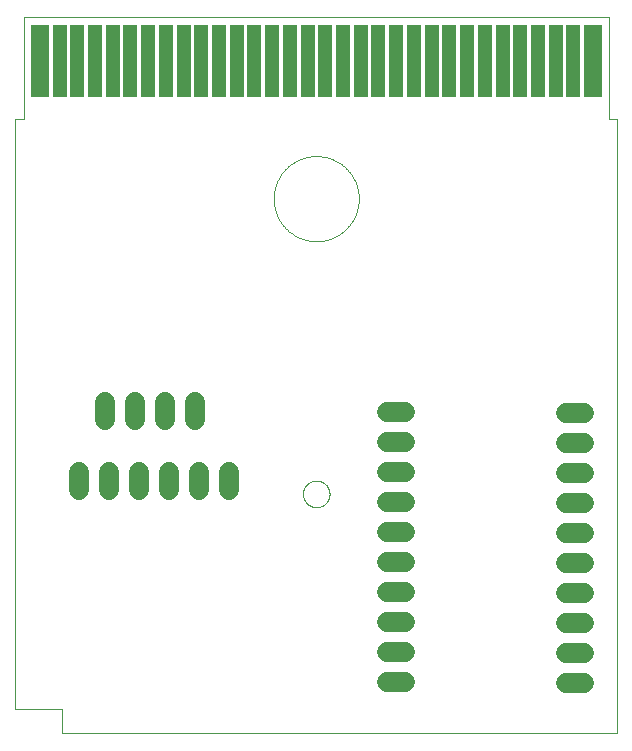
<source format=gts>
G75*
%MOIN*%
%OFA0B0*%
%FSLAX25Y25*%
%IPPOS*%
%LPD*%
%AMOC8*
5,1,8,0,0,1.08239X$1,22.5*
%
%ADD10C,0.00004*%
%ADD11C,0.06800*%
%ADD12R,0.06312X0.24422*%
%ADD13R,0.04737X0.24422*%
D10*
X0001002Y0008876D02*
X0001002Y0205726D01*
X0004033Y0205726D01*
X0004033Y0239506D01*
X0003955Y0239585D02*
X0198837Y0239585D01*
X0198837Y0205726D01*
X0201789Y0205726D01*
X0201789Y0001002D01*
X0016750Y0001002D01*
X0016750Y0008876D01*
X0001002Y0008876D01*
X0096967Y0080726D02*
X0096969Y0080858D01*
X0096975Y0080991D01*
X0096985Y0081123D01*
X0096999Y0081255D01*
X0097016Y0081386D01*
X0097038Y0081517D01*
X0097064Y0081647D01*
X0097093Y0081776D01*
X0097127Y0081904D01*
X0097164Y0082031D01*
X0097205Y0082157D01*
X0097249Y0082282D01*
X0097298Y0082406D01*
X0097350Y0082527D01*
X0097406Y0082648D01*
X0097465Y0082766D01*
X0097528Y0082883D01*
X0097594Y0082998D01*
X0097664Y0083110D01*
X0097737Y0083221D01*
X0097813Y0083329D01*
X0097892Y0083435D01*
X0097975Y0083539D01*
X0098061Y0083640D01*
X0098149Y0083738D01*
X0098241Y0083834D01*
X0098335Y0083927D01*
X0098432Y0084017D01*
X0098532Y0084105D01*
X0098635Y0084189D01*
X0098739Y0084270D01*
X0098847Y0084348D01*
X0098956Y0084422D01*
X0099068Y0084494D01*
X0099182Y0084562D01*
X0099297Y0084626D01*
X0099415Y0084687D01*
X0099534Y0084745D01*
X0099655Y0084799D01*
X0099778Y0084849D01*
X0099902Y0084895D01*
X0100027Y0084938D01*
X0100154Y0084977D01*
X0100282Y0085013D01*
X0100410Y0085044D01*
X0100540Y0085072D01*
X0100670Y0085095D01*
X0100801Y0085115D01*
X0100933Y0085131D01*
X0101065Y0085143D01*
X0101197Y0085151D01*
X0101330Y0085155D01*
X0101462Y0085155D01*
X0101595Y0085151D01*
X0101727Y0085143D01*
X0101859Y0085131D01*
X0101991Y0085115D01*
X0102122Y0085095D01*
X0102252Y0085072D01*
X0102382Y0085044D01*
X0102510Y0085013D01*
X0102638Y0084977D01*
X0102765Y0084938D01*
X0102890Y0084895D01*
X0103014Y0084849D01*
X0103137Y0084799D01*
X0103258Y0084745D01*
X0103377Y0084687D01*
X0103495Y0084626D01*
X0103611Y0084562D01*
X0103724Y0084494D01*
X0103836Y0084422D01*
X0103945Y0084348D01*
X0104053Y0084270D01*
X0104157Y0084189D01*
X0104260Y0084105D01*
X0104360Y0084017D01*
X0104457Y0083927D01*
X0104551Y0083834D01*
X0104643Y0083738D01*
X0104731Y0083640D01*
X0104817Y0083539D01*
X0104900Y0083435D01*
X0104979Y0083329D01*
X0105055Y0083221D01*
X0105128Y0083110D01*
X0105198Y0082998D01*
X0105264Y0082883D01*
X0105327Y0082766D01*
X0105386Y0082648D01*
X0105442Y0082527D01*
X0105494Y0082406D01*
X0105543Y0082282D01*
X0105587Y0082157D01*
X0105628Y0082031D01*
X0105665Y0081904D01*
X0105699Y0081776D01*
X0105728Y0081647D01*
X0105754Y0081517D01*
X0105776Y0081386D01*
X0105793Y0081255D01*
X0105807Y0081123D01*
X0105817Y0080991D01*
X0105823Y0080858D01*
X0105825Y0080726D01*
X0105823Y0080594D01*
X0105817Y0080461D01*
X0105807Y0080329D01*
X0105793Y0080197D01*
X0105776Y0080066D01*
X0105754Y0079935D01*
X0105728Y0079805D01*
X0105699Y0079676D01*
X0105665Y0079548D01*
X0105628Y0079421D01*
X0105587Y0079295D01*
X0105543Y0079170D01*
X0105494Y0079046D01*
X0105442Y0078925D01*
X0105386Y0078804D01*
X0105327Y0078686D01*
X0105264Y0078569D01*
X0105198Y0078454D01*
X0105128Y0078342D01*
X0105055Y0078231D01*
X0104979Y0078123D01*
X0104900Y0078017D01*
X0104817Y0077913D01*
X0104731Y0077812D01*
X0104643Y0077714D01*
X0104551Y0077618D01*
X0104457Y0077525D01*
X0104360Y0077435D01*
X0104260Y0077347D01*
X0104157Y0077263D01*
X0104053Y0077182D01*
X0103945Y0077104D01*
X0103836Y0077030D01*
X0103724Y0076958D01*
X0103610Y0076890D01*
X0103495Y0076826D01*
X0103377Y0076765D01*
X0103258Y0076707D01*
X0103137Y0076653D01*
X0103014Y0076603D01*
X0102890Y0076557D01*
X0102765Y0076514D01*
X0102638Y0076475D01*
X0102510Y0076439D01*
X0102382Y0076408D01*
X0102252Y0076380D01*
X0102122Y0076357D01*
X0101991Y0076337D01*
X0101859Y0076321D01*
X0101727Y0076309D01*
X0101595Y0076301D01*
X0101462Y0076297D01*
X0101330Y0076297D01*
X0101197Y0076301D01*
X0101065Y0076309D01*
X0100933Y0076321D01*
X0100801Y0076337D01*
X0100670Y0076357D01*
X0100540Y0076380D01*
X0100410Y0076408D01*
X0100282Y0076439D01*
X0100154Y0076475D01*
X0100027Y0076514D01*
X0099902Y0076557D01*
X0099778Y0076603D01*
X0099655Y0076653D01*
X0099534Y0076707D01*
X0099415Y0076765D01*
X0099297Y0076826D01*
X0099181Y0076890D01*
X0099068Y0076958D01*
X0098956Y0077030D01*
X0098847Y0077104D01*
X0098739Y0077182D01*
X0098635Y0077263D01*
X0098532Y0077347D01*
X0098432Y0077435D01*
X0098335Y0077525D01*
X0098241Y0077618D01*
X0098149Y0077714D01*
X0098061Y0077812D01*
X0097975Y0077913D01*
X0097892Y0078017D01*
X0097813Y0078123D01*
X0097737Y0078231D01*
X0097664Y0078342D01*
X0097594Y0078454D01*
X0097528Y0078569D01*
X0097465Y0078686D01*
X0097406Y0078804D01*
X0097350Y0078925D01*
X0097298Y0079046D01*
X0097249Y0079170D01*
X0097205Y0079295D01*
X0097164Y0079421D01*
X0097127Y0079548D01*
X0097093Y0079676D01*
X0097064Y0079805D01*
X0097038Y0079935D01*
X0097016Y0080066D01*
X0096999Y0080197D01*
X0096985Y0080329D01*
X0096975Y0080461D01*
X0096969Y0080594D01*
X0096967Y0080726D01*
X0087223Y0179152D02*
X0087227Y0179500D01*
X0087240Y0179847D01*
X0087261Y0180195D01*
X0087291Y0180541D01*
X0087330Y0180887D01*
X0087376Y0181232D01*
X0087432Y0181575D01*
X0087495Y0181917D01*
X0087567Y0182257D01*
X0087648Y0182596D01*
X0087736Y0182932D01*
X0087833Y0183266D01*
X0087938Y0183598D01*
X0088051Y0183927D01*
X0088173Y0184253D01*
X0088302Y0184576D01*
X0088439Y0184895D01*
X0088584Y0185212D01*
X0088736Y0185524D01*
X0088897Y0185833D01*
X0089064Y0186138D01*
X0089239Y0186438D01*
X0089422Y0186735D01*
X0089612Y0187026D01*
X0089808Y0187313D01*
X0090012Y0187595D01*
X0090223Y0187872D01*
X0090440Y0188143D01*
X0090664Y0188409D01*
X0090894Y0188670D01*
X0091131Y0188925D01*
X0091374Y0189174D01*
X0091623Y0189417D01*
X0091878Y0189654D01*
X0092139Y0189884D01*
X0092405Y0190108D01*
X0092676Y0190325D01*
X0092953Y0190536D01*
X0093235Y0190740D01*
X0093522Y0190936D01*
X0093813Y0191126D01*
X0094110Y0191309D01*
X0094410Y0191484D01*
X0094715Y0191651D01*
X0095024Y0191812D01*
X0095336Y0191964D01*
X0095653Y0192109D01*
X0095972Y0192246D01*
X0096295Y0192375D01*
X0096621Y0192497D01*
X0096950Y0192610D01*
X0097282Y0192715D01*
X0097616Y0192812D01*
X0097952Y0192900D01*
X0098291Y0192981D01*
X0098631Y0193053D01*
X0098973Y0193116D01*
X0099316Y0193172D01*
X0099661Y0193218D01*
X0100007Y0193257D01*
X0100353Y0193287D01*
X0100701Y0193308D01*
X0101048Y0193321D01*
X0101396Y0193325D01*
X0101744Y0193321D01*
X0102091Y0193308D01*
X0102439Y0193287D01*
X0102785Y0193257D01*
X0103131Y0193218D01*
X0103476Y0193172D01*
X0103819Y0193116D01*
X0104161Y0193053D01*
X0104501Y0192981D01*
X0104840Y0192900D01*
X0105176Y0192812D01*
X0105510Y0192715D01*
X0105842Y0192610D01*
X0106171Y0192497D01*
X0106497Y0192375D01*
X0106820Y0192246D01*
X0107139Y0192109D01*
X0107456Y0191964D01*
X0107768Y0191812D01*
X0108077Y0191651D01*
X0108382Y0191484D01*
X0108682Y0191309D01*
X0108979Y0191126D01*
X0109270Y0190936D01*
X0109557Y0190740D01*
X0109839Y0190536D01*
X0110116Y0190325D01*
X0110387Y0190108D01*
X0110653Y0189884D01*
X0110914Y0189654D01*
X0111169Y0189417D01*
X0111418Y0189174D01*
X0111661Y0188925D01*
X0111898Y0188670D01*
X0112128Y0188409D01*
X0112352Y0188143D01*
X0112569Y0187872D01*
X0112780Y0187595D01*
X0112984Y0187313D01*
X0113180Y0187026D01*
X0113370Y0186735D01*
X0113553Y0186438D01*
X0113728Y0186138D01*
X0113895Y0185833D01*
X0114056Y0185524D01*
X0114208Y0185212D01*
X0114353Y0184895D01*
X0114490Y0184576D01*
X0114619Y0184253D01*
X0114741Y0183927D01*
X0114854Y0183598D01*
X0114959Y0183266D01*
X0115056Y0182932D01*
X0115144Y0182596D01*
X0115225Y0182257D01*
X0115297Y0181917D01*
X0115360Y0181575D01*
X0115416Y0181232D01*
X0115462Y0180887D01*
X0115501Y0180541D01*
X0115531Y0180195D01*
X0115552Y0179847D01*
X0115565Y0179500D01*
X0115569Y0179152D01*
X0115565Y0178804D01*
X0115552Y0178457D01*
X0115531Y0178109D01*
X0115501Y0177763D01*
X0115462Y0177417D01*
X0115416Y0177072D01*
X0115360Y0176729D01*
X0115297Y0176387D01*
X0115225Y0176047D01*
X0115144Y0175708D01*
X0115056Y0175372D01*
X0114959Y0175038D01*
X0114854Y0174706D01*
X0114741Y0174377D01*
X0114619Y0174051D01*
X0114490Y0173728D01*
X0114353Y0173409D01*
X0114208Y0173092D01*
X0114056Y0172780D01*
X0113895Y0172471D01*
X0113728Y0172166D01*
X0113553Y0171866D01*
X0113370Y0171569D01*
X0113180Y0171278D01*
X0112984Y0170991D01*
X0112780Y0170709D01*
X0112569Y0170432D01*
X0112352Y0170161D01*
X0112128Y0169895D01*
X0111898Y0169634D01*
X0111661Y0169379D01*
X0111418Y0169130D01*
X0111169Y0168887D01*
X0110914Y0168650D01*
X0110653Y0168420D01*
X0110387Y0168196D01*
X0110116Y0167979D01*
X0109839Y0167768D01*
X0109557Y0167564D01*
X0109270Y0167368D01*
X0108979Y0167178D01*
X0108682Y0166995D01*
X0108382Y0166820D01*
X0108077Y0166653D01*
X0107768Y0166492D01*
X0107456Y0166340D01*
X0107139Y0166195D01*
X0106820Y0166058D01*
X0106497Y0165929D01*
X0106171Y0165807D01*
X0105842Y0165694D01*
X0105510Y0165589D01*
X0105176Y0165492D01*
X0104840Y0165404D01*
X0104501Y0165323D01*
X0104161Y0165251D01*
X0103819Y0165188D01*
X0103476Y0165132D01*
X0103131Y0165086D01*
X0102785Y0165047D01*
X0102439Y0165017D01*
X0102091Y0164996D01*
X0101744Y0164983D01*
X0101396Y0164979D01*
X0101048Y0164983D01*
X0100701Y0164996D01*
X0100353Y0165017D01*
X0100007Y0165047D01*
X0099661Y0165086D01*
X0099316Y0165132D01*
X0098973Y0165188D01*
X0098631Y0165251D01*
X0098291Y0165323D01*
X0097952Y0165404D01*
X0097616Y0165492D01*
X0097282Y0165589D01*
X0096950Y0165694D01*
X0096621Y0165807D01*
X0096295Y0165929D01*
X0095972Y0166058D01*
X0095653Y0166195D01*
X0095336Y0166340D01*
X0095024Y0166492D01*
X0094715Y0166653D01*
X0094410Y0166820D01*
X0094110Y0166995D01*
X0093813Y0167178D01*
X0093522Y0167368D01*
X0093235Y0167564D01*
X0092953Y0167768D01*
X0092676Y0167979D01*
X0092405Y0168196D01*
X0092139Y0168420D01*
X0091878Y0168650D01*
X0091623Y0168887D01*
X0091374Y0169130D01*
X0091131Y0169379D01*
X0090894Y0169634D01*
X0090664Y0169895D01*
X0090440Y0170161D01*
X0090223Y0170432D01*
X0090012Y0170709D01*
X0089808Y0170991D01*
X0089612Y0171278D01*
X0089422Y0171569D01*
X0089239Y0171866D01*
X0089064Y0172166D01*
X0088897Y0172471D01*
X0088736Y0172780D01*
X0088584Y0173092D01*
X0088439Y0173409D01*
X0088302Y0173728D01*
X0088173Y0174051D01*
X0088051Y0174377D01*
X0087938Y0174706D01*
X0087833Y0175038D01*
X0087736Y0175372D01*
X0087648Y0175708D01*
X0087567Y0176047D01*
X0087495Y0176387D01*
X0087432Y0176729D01*
X0087376Y0177072D01*
X0087330Y0177417D01*
X0087291Y0177763D01*
X0087261Y0178109D01*
X0087240Y0178457D01*
X0087227Y0178804D01*
X0087223Y0179152D01*
D11*
X0061041Y0111207D02*
X0061041Y0105207D01*
X0051041Y0105207D02*
X0051041Y0111207D01*
X0041041Y0111207D02*
X0041041Y0105207D01*
X0031041Y0105207D02*
X0031041Y0111207D01*
X0032341Y0087939D02*
X0032341Y0081939D01*
X0022341Y0081939D02*
X0022341Y0087939D01*
X0042341Y0087939D02*
X0042341Y0081939D01*
X0052341Y0081939D02*
X0052341Y0087939D01*
X0062341Y0087939D02*
X0062341Y0081939D01*
X0072341Y0081939D02*
X0072341Y0087939D01*
X0124892Y0087892D02*
X0130892Y0087892D01*
X0130892Y0097892D02*
X0124892Y0097892D01*
X0124892Y0107892D02*
X0130892Y0107892D01*
X0130892Y0077892D02*
X0124892Y0077892D01*
X0124892Y0067892D02*
X0130892Y0067892D01*
X0130892Y0057892D02*
X0124892Y0057892D01*
X0124892Y0047892D02*
X0130892Y0047892D01*
X0130892Y0037892D02*
X0124892Y0037892D01*
X0124892Y0027892D02*
X0130892Y0027892D01*
X0130892Y0017892D02*
X0124892Y0017892D01*
X0184774Y0017734D02*
X0190774Y0017734D01*
X0190774Y0027734D02*
X0184774Y0027734D01*
X0184774Y0037734D02*
X0190774Y0037734D01*
X0190774Y0047734D02*
X0184774Y0047734D01*
X0184774Y0057734D02*
X0190774Y0057734D01*
X0190774Y0067734D02*
X0184774Y0067734D01*
X0184774Y0077734D02*
X0190774Y0077734D01*
X0190774Y0087734D02*
X0184774Y0087734D01*
X0184774Y0097734D02*
X0190774Y0097734D01*
X0190774Y0107734D02*
X0184774Y0107734D01*
D12*
X0193797Y0225096D03*
X0009152Y0225096D03*
D13*
X0015844Y0225096D03*
X0021750Y0225096D03*
X0027656Y0225096D03*
X0033561Y0225096D03*
X0039467Y0225096D03*
X0045372Y0225096D03*
X0051278Y0225096D03*
X0057183Y0225096D03*
X0063089Y0225096D03*
X0068994Y0225096D03*
X0074900Y0225096D03*
X0080805Y0225096D03*
X0086711Y0225096D03*
X0092616Y0225096D03*
X0098522Y0225096D03*
X0104427Y0225096D03*
X0110333Y0225096D03*
X0116238Y0225096D03*
X0122144Y0225096D03*
X0128049Y0225096D03*
X0133955Y0225096D03*
X0139860Y0225096D03*
X0145766Y0225096D03*
X0151671Y0225096D03*
X0157577Y0225096D03*
X0163482Y0225096D03*
X0169388Y0225096D03*
X0175293Y0225096D03*
X0181199Y0225096D03*
X0187104Y0225096D03*
M02*

</source>
